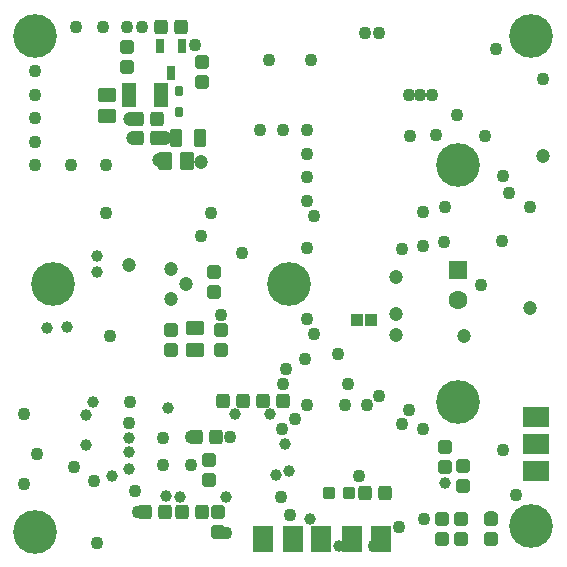
<source format=gbs>
G04 Layer_Color=16711935*
%FSLAX44Y44*%
%MOMM*%
G71*
G01*
G75*
%ADD38R,1.0000X1.0000*%
G04:AMPARAMS|DCode=64|XSize=1.2032mm|YSize=1.1032mm|CornerRadius=0.2141mm|HoleSize=0mm|Usage=FLASHONLY|Rotation=180.000|XOffset=0mm|YOffset=0mm|HoleType=Round|Shape=RoundedRectangle|*
%AMROUNDEDRECTD64*
21,1,1.2032,0.6750,0,0,180.0*
21,1,0.7750,1.1032,0,0,180.0*
1,1,0.4282,-0.3875,0.3375*
1,1,0.4282,0.3875,0.3375*
1,1,0.4282,0.3875,-0.3375*
1,1,0.4282,-0.3875,-0.3375*
%
%ADD64ROUNDEDRECTD64*%
G04:AMPARAMS|DCode=65|XSize=1.2032mm|YSize=1.1032mm|CornerRadius=0.2141mm|HoleSize=0mm|Usage=FLASHONLY|Rotation=270.000|XOffset=0mm|YOffset=0mm|HoleType=Round|Shape=RoundedRectangle|*
%AMROUNDEDRECTD65*
21,1,1.2032,0.6750,0,0,270.0*
21,1,0.7750,1.1032,0,0,270.0*
1,1,0.4282,-0.3375,-0.3875*
1,1,0.4282,-0.3375,0.3875*
1,1,0.4282,0.3375,0.3875*
1,1,0.4282,0.3375,-0.3875*
%
%ADD65ROUNDEDRECTD65*%
G04:AMPARAMS|DCode=69|XSize=1.6032mm|YSize=1.2032mm|CornerRadius=0.2266mm|HoleSize=0mm|Usage=FLASHONLY|Rotation=90.000|XOffset=0mm|YOffset=0mm|HoleType=Round|Shape=RoundedRectangle|*
%AMROUNDEDRECTD69*
21,1,1.6032,0.7500,0,0,90.0*
21,1,1.1500,1.2032,0,0,90.0*
1,1,0.4532,0.3750,0.5750*
1,1,0.4532,0.3750,-0.5750*
1,1,0.4532,-0.3750,-0.5750*
1,1,0.4532,-0.3750,0.5750*
%
%ADD69ROUNDEDRECTD69*%
G04:AMPARAMS|DCode=70|XSize=1.6032mm|YSize=1.2032mm|CornerRadius=0.2266mm|HoleSize=0mm|Usage=FLASHONLY|Rotation=180.000|XOffset=0mm|YOffset=0mm|HoleType=Round|Shape=RoundedRectangle|*
%AMROUNDEDRECTD70*
21,1,1.6032,0.7500,0,0,180.0*
21,1,1.1500,1.2032,0,0,180.0*
1,1,0.4532,-0.5750,0.3750*
1,1,0.4532,0.5750,0.3750*
1,1,0.4532,0.5750,-0.3750*
1,1,0.4532,-0.5750,-0.3750*
%
%ADD70ROUNDEDRECTD70*%
G04:AMPARAMS|DCode=71|XSize=0.8532mm|YSize=0.7032mm|CornerRadius=0.1516mm|HoleSize=0mm|Usage=FLASHONLY|Rotation=90.000|XOffset=0mm|YOffset=0mm|HoleType=Round|Shape=RoundedRectangle|*
%AMROUNDEDRECTD71*
21,1,0.8532,0.4000,0,0,90.0*
21,1,0.5500,0.7032,0,0,90.0*
1,1,0.3032,0.2000,0.2750*
1,1,0.3032,0.2000,-0.2750*
1,1,0.3032,-0.2000,-0.2750*
1,1,0.3032,-0.2000,0.2750*
%
%ADD71ROUNDEDRECTD71*%
G04:AMPARAMS|DCode=88|XSize=1.5032mm|YSize=1.0032mm|CornerRadius=0.2016mm|HoleSize=0mm|Usage=FLASHONLY|Rotation=270.000|XOffset=0mm|YOffset=0mm|HoleType=Round|Shape=RoundedRectangle|*
%AMROUNDEDRECTD88*
21,1,1.5032,0.6000,0,0,270.0*
21,1,1.1000,1.0032,0,0,270.0*
1,1,0.4032,-0.3000,-0.5500*
1,1,0.4032,-0.3000,0.5500*
1,1,0.4032,0.3000,0.5500*
1,1,0.4032,0.3000,-0.5500*
%
%ADD88ROUNDEDRECTD88*%
%ADD91C,1.0032*%
%ADD92C,1.2032*%
%ADD93R,1.6032X1.6032*%
%ADD94C,1.6032*%
%ADD95C,3.7032*%
%ADD96C,1.1032*%
G04:AMPARAMS|DCode=97|XSize=1.0032mm|YSize=1.0032mm|CornerRadius=0.2016mm|HoleSize=0mm|Usage=FLASHONLY|Rotation=180.000|XOffset=0mm|YOffset=0mm|HoleType=Round|Shape=RoundedRectangle|*
%AMROUNDEDRECTD97*
21,1,1.0032,0.6000,0,0,180.0*
21,1,0.6000,1.0032,0,0,180.0*
1,1,0.4032,-0.3000,0.3000*
1,1,0.4032,0.3000,0.3000*
1,1,0.4032,0.3000,-0.3000*
1,1,0.4032,-0.3000,-0.3000*
%
%ADD97ROUNDEDRECTD97*%
%ADD98R,1.7032X2.2032*%
%ADD99R,2.2032X1.7032*%
%ADD100R,0.8032X1.2532*%
%ADD101R,1.3032X2.0032*%
D38*
X302000Y-271000D02*
D03*
X314000D02*
D03*
D64*
X377000Y-378500D02*
D03*
Y-395500D02*
D03*
X374000Y-439000D02*
D03*
Y-456000D02*
D03*
X390000Y-456000D02*
D03*
Y-439000D02*
D03*
X392000Y-394500D02*
D03*
Y-411501D02*
D03*
X416000Y-456000D02*
D03*
Y-439000D02*
D03*
X185000Y-450500D02*
D03*
Y-433500D02*
D03*
X177000Y-406500D02*
D03*
Y-389500D02*
D03*
X171000Y-69000D02*
D03*
Y-52000D02*
D03*
X108000Y-56500D02*
D03*
Y-39500D02*
D03*
X187000Y-296000D02*
D03*
Y-279000D02*
D03*
X145000Y-279500D02*
D03*
Y-296500D02*
D03*
X181000Y-247500D02*
D03*
Y-230500D02*
D03*
D65*
X309000Y-417000D02*
D03*
X326000D02*
D03*
X171500Y-433000D02*
D03*
X154500D02*
D03*
X139500Y-433000D02*
D03*
X122500D02*
D03*
X183000Y-370000D02*
D03*
X166000D02*
D03*
X206000Y-339000D02*
D03*
X189000D02*
D03*
X223000D02*
D03*
X240000D02*
D03*
X136000Y-23000D02*
D03*
X153000D02*
D03*
X116000Y-101000D02*
D03*
X133000D02*
D03*
Y-117000D02*
D03*
X116000D02*
D03*
D69*
X158000Y-136000D02*
D03*
X140000D02*
D03*
D70*
X91000Y-98000D02*
D03*
Y-80000D02*
D03*
X165000Y-296000D02*
D03*
Y-278000D02*
D03*
D71*
X152000Y-77000D02*
D03*
Y-95000D02*
D03*
D88*
X149000Y-117000D02*
D03*
X169000D02*
D03*
D91*
X199000Y-350000D02*
D03*
X229000D02*
D03*
X191000Y-421000D02*
D03*
X391000Y-412000D02*
D03*
X82000Y-217000D02*
D03*
Y-230000D02*
D03*
X95000Y-403000D02*
D03*
X244500Y-398893D02*
D03*
X152500Y-420500D02*
D03*
X109000Y-397000D02*
D03*
X57000Y-277000D02*
D03*
X40000Y-278000D02*
D03*
X79000Y-340000D02*
D03*
X73000Y-377000D02*
D03*
X234000Y-402000D02*
D03*
X241000Y-376000D02*
D03*
X222000Y-462000D02*
D03*
X248000D02*
D03*
X286999Y-461999D02*
D03*
X273000Y-462000D02*
D03*
X262500Y-439000D02*
D03*
X377000Y-409000D02*
D03*
Y-395500D02*
D03*
X109000Y-382999D02*
D03*
X109000Y-371000D02*
D03*
X142500Y-345500D02*
D03*
X141000Y-420000D02*
D03*
X73000Y-350999D02*
D03*
D92*
X157700Y-240000D02*
D03*
X145000Y-227300D02*
D03*
Y-252700D02*
D03*
X110000Y-101000D02*
D03*
X113000Y-117000D02*
D03*
X135000Y-135000D02*
D03*
X91000Y-98000D02*
D03*
X140000Y-117000D02*
D03*
X170000Y-137000D02*
D03*
X109000Y-224000D02*
D03*
X335000Y-234000D02*
D03*
X335000Y-283500D02*
D03*
Y-266000D02*
D03*
X449000Y-261000D02*
D03*
X393000Y-284500D02*
D03*
X460000Y-132000D02*
D03*
D93*
X388000Y-228300D02*
D03*
D94*
Y-253700D02*
D03*
D95*
X45000Y-240000D02*
D03*
X245000D02*
D03*
X388000Y-340000D02*
D03*
Y-140000D02*
D03*
X450000Y-30000D02*
D03*
Y-445000D02*
D03*
X30000Y-450000D02*
D03*
Y-30000D02*
D03*
D96*
X114000Y-416000D02*
D03*
X109000Y-358000D02*
D03*
X110000Y-340000D02*
D03*
X90000Y-140000D02*
D03*
X60000D02*
D03*
X90000Y-180000D02*
D03*
X170000Y-200000D02*
D03*
X30000Y-140000D02*
D03*
Y-120000D02*
D03*
Y-100000D02*
D03*
Y-80000D02*
D03*
Y-60000D02*
D03*
X260000Y-170000D02*
D03*
Y-270000D02*
D03*
Y-210000D02*
D03*
Y-150000D02*
D03*
Y-130000D02*
D03*
X220000Y-110000D02*
D03*
X240000D02*
D03*
X260000D02*
D03*
X80000Y-407000D02*
D03*
X347000Y-115000D02*
D03*
X387000Y-97000D02*
D03*
X339999Y-358999D02*
D03*
X338000Y-446000D02*
D03*
X359000Y-439000D02*
D03*
X239000Y-363000D02*
D03*
X250000Y-355000D02*
D03*
X31000Y-384000D02*
D03*
X426000Y-381000D02*
D03*
X437000Y-419000D02*
D03*
X93000Y-284000D02*
D03*
X178500Y-180500D02*
D03*
X266000Y-283000D02*
D03*
X242000Y-312000D02*
D03*
X356000Y-80000D02*
D03*
X369000Y-114000D02*
D03*
X366000Y-80000D02*
D03*
X411000Y-115000D02*
D03*
X431000Y-163000D02*
D03*
X376000Y-205000D02*
D03*
X340000Y-211000D02*
D03*
X358000Y-208000D02*
D03*
X346000Y-80000D02*
D03*
X420000Y-41000D02*
D03*
X238000Y-421000D02*
D03*
X286000Y-300000D02*
D03*
X63000Y-395000D02*
D03*
X358000Y-179000D02*
D03*
X321000Y-335000D02*
D03*
X311000Y-343000D02*
D03*
X292000D02*
D03*
X258000Y-304000D02*
D03*
X240000Y-325000D02*
D03*
X205000Y-214000D02*
D03*
X266000Y-183000D02*
D03*
X246000Y-436000D02*
D03*
X191000Y-451000D02*
D03*
X316999Y-461999D02*
D03*
X82000Y-460000D02*
D03*
X346000Y-347000D02*
D03*
X304000Y-403000D02*
D03*
X260000Y-343000D02*
D03*
X455000Y-355000D02*
D03*
X358000Y-363000D02*
D03*
X377000Y-378000D02*
D03*
X457000Y-377000D02*
D03*
X458000Y-397000D02*
D03*
X374999Y-456999D02*
D03*
X416000Y-438000D02*
D03*
X263000Y-51000D02*
D03*
X228000D02*
D03*
X117000Y-433000D02*
D03*
X295000Y-325000D02*
D03*
X195000Y-370000D02*
D03*
X87000Y-23000D02*
D03*
X64000D02*
D03*
X162000Y-370000D02*
D03*
Y-394000D02*
D03*
X138000D02*
D03*
Y-371000D02*
D03*
X426000Y-148500D02*
D03*
X20000Y-410000D02*
D03*
Y-350000D02*
D03*
X187000Y-267000D02*
D03*
X171000Y-69000D02*
D03*
X321000Y-28000D02*
D03*
X120000Y-23000D02*
D03*
X309000Y-28000D02*
D03*
X108000Y-23000D02*
D03*
X165000Y-38000D02*
D03*
X460000Y-67000D02*
D03*
X449000Y-175000D02*
D03*
X377000D02*
D03*
X425000Y-204000D02*
D03*
X407000Y-241000D02*
D03*
D97*
X278500Y-417000D02*
D03*
X295500D02*
D03*
D98*
X298000Y-456000D02*
D03*
X323000D02*
D03*
X272000D02*
D03*
X248000Y-456200D02*
D03*
X222600D02*
D03*
D99*
X454000Y-399000D02*
D03*
Y-376000D02*
D03*
Y-353000D02*
D03*
D100*
X145000Y-61500D02*
D03*
X154500Y-38500D02*
D03*
X135500D02*
D03*
D101*
X109500Y-80000D02*
D03*
X136500D02*
D03*
M02*

</source>
